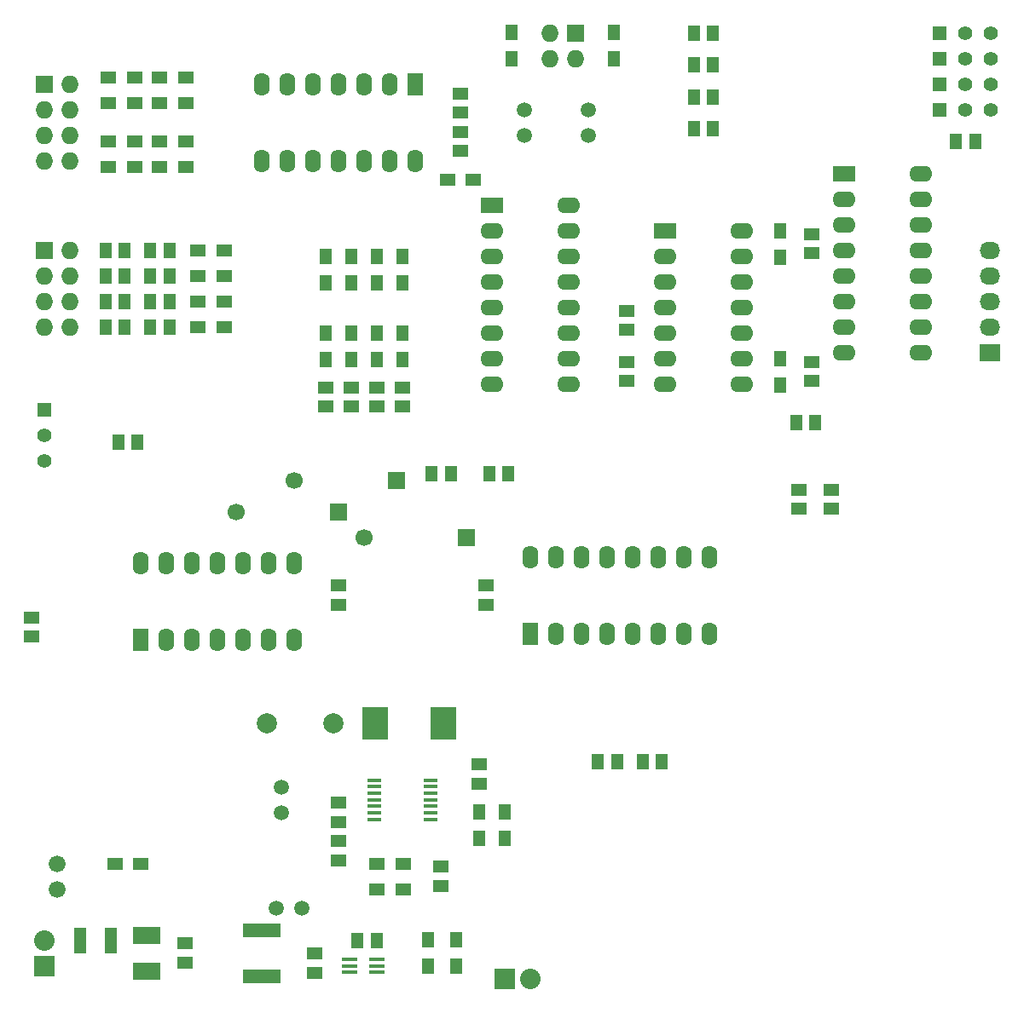
<source format=gts>
%FSLAX34Y34*%
G04 Gerber Fmt 3.4, Leading zero omitted, Abs format*
G04 (created by PCBNEW (2014-jan-25)-product) date sø. 22. mars 2015 kl. 21.03 +0100*
%MOIN*%
G01*
G70*
G90*
G04 APERTURE LIST*
%ADD10C,0.005906*%
%ADD11C,0.059100*%
%ADD12R,0.098400X0.129900*%
%ADD13C,0.066900*%
%ADD14R,0.066900X0.066900*%
%ADD15R,0.110000X0.070000*%
%ADD16C,0.066000*%
%ADD17R,0.050000X0.100000*%
%ADD18R,0.062000X0.090000*%
%ADD19O,0.062000X0.090000*%
%ADD20R,0.090000X0.062000*%
%ADD21O,0.090000X0.062000*%
%ADD22R,0.055000X0.055000*%
%ADD23C,0.055000*%
%ADD24R,0.150000X0.055000*%
%ADD25C,0.078700*%
%ADD26R,0.059100X0.015700*%
%ADD27R,0.055118X0.015748*%
%ADD28R,0.068000X0.068000*%
%ADD29O,0.068000X0.068000*%
%ADD30R,0.059100X0.047200*%
%ADD31R,0.051200X0.059000*%
%ADD32R,0.059000X0.051200*%
%ADD33R,0.047200X0.059100*%
%ADD34R,0.080000X0.080000*%
%ADD35O,0.080000X0.080000*%
%ADD36R,0.080000X0.068000*%
%ADD37O,0.080000X0.068000*%
G04 APERTURE END LIST*
G54D10*
G54D11*
X20750Y-40500D03*
X20750Y-39500D03*
X32750Y-13000D03*
X32750Y-14000D03*
X30250Y-13000D03*
X30250Y-14000D03*
G54D12*
X24411Y-37000D03*
X27089Y-37000D03*
G54D13*
X19000Y-28750D03*
G54D14*
X23000Y-28750D03*
G54D13*
X24000Y-29750D03*
G54D14*
X28000Y-29750D03*
G54D13*
X21250Y-27500D03*
G54D14*
X25250Y-27500D03*
G54D15*
X15500Y-45300D03*
X15500Y-46700D03*
G54D16*
X12000Y-43500D03*
X12000Y-42500D03*
G54D17*
X12900Y-45500D03*
X14100Y-45500D03*
G54D18*
X30500Y-33500D03*
G54D19*
X31500Y-33500D03*
X32500Y-33500D03*
X33500Y-33500D03*
X34500Y-33500D03*
X35500Y-33500D03*
X36500Y-33500D03*
X37500Y-33500D03*
X37500Y-30500D03*
X36500Y-30500D03*
X35500Y-30500D03*
X34500Y-30500D03*
X33500Y-30500D03*
X32500Y-30500D03*
X31500Y-30500D03*
X30500Y-30500D03*
G54D20*
X29000Y-16750D03*
G54D21*
X29000Y-17750D03*
X29000Y-18750D03*
X29000Y-19750D03*
X29000Y-20750D03*
X29000Y-21750D03*
X29000Y-22750D03*
X29000Y-23750D03*
X32000Y-23750D03*
X32000Y-22750D03*
X32000Y-21750D03*
X32000Y-20750D03*
X32000Y-19750D03*
X32000Y-18750D03*
X32000Y-17750D03*
X32000Y-16750D03*
G54D22*
X11500Y-24750D03*
G54D23*
X11500Y-25750D03*
X11500Y-26750D03*
G54D22*
X46500Y-10000D03*
G54D23*
X47500Y-10000D03*
X48500Y-10000D03*
G54D22*
X46500Y-11000D03*
G54D23*
X47500Y-11000D03*
X48500Y-11000D03*
G54D22*
X46500Y-12000D03*
G54D23*
X47500Y-12000D03*
X48500Y-12000D03*
G54D22*
X46500Y-13000D03*
G54D23*
X47500Y-13000D03*
X48500Y-13000D03*
G54D24*
X20000Y-46900D03*
X20000Y-45100D03*
G54D25*
X20201Y-37000D03*
X22799Y-37000D03*
G54D18*
X15250Y-33750D03*
G54D19*
X16250Y-33750D03*
X17250Y-33750D03*
X18250Y-33750D03*
X19250Y-33750D03*
X20250Y-33750D03*
X21250Y-33750D03*
X21250Y-30750D03*
X20250Y-30750D03*
X19250Y-30750D03*
X18250Y-30750D03*
X17250Y-30750D03*
X16250Y-30750D03*
X15250Y-30750D03*
G54D26*
X23426Y-46244D03*
X23426Y-46500D03*
X23426Y-46756D03*
X24474Y-46756D03*
X24474Y-46500D03*
X24474Y-46244D03*
G54D27*
X24400Y-39240D03*
X24400Y-39490D03*
X24400Y-39750D03*
X24400Y-40000D03*
X24400Y-40260D03*
X24400Y-40515D03*
X24400Y-40770D03*
X26600Y-40770D03*
X26600Y-40515D03*
X26600Y-40260D03*
X26600Y-40000D03*
X26600Y-39745D03*
X26600Y-39490D03*
X26600Y-39235D03*
G54D20*
X35750Y-17750D03*
G54D21*
X35750Y-18750D03*
X35750Y-19750D03*
X35750Y-20750D03*
X35750Y-21750D03*
X35750Y-22750D03*
X35750Y-23750D03*
X38750Y-23750D03*
X38750Y-22750D03*
X38750Y-21750D03*
X38750Y-20750D03*
X38750Y-19750D03*
X38750Y-18750D03*
X38750Y-17750D03*
G54D18*
X26000Y-12000D03*
G54D19*
X25000Y-12000D03*
X24000Y-12000D03*
X23000Y-12000D03*
X22000Y-12000D03*
X21000Y-12000D03*
X20000Y-12000D03*
X20000Y-15000D03*
X21000Y-15000D03*
X22000Y-15000D03*
X23000Y-15000D03*
X24000Y-15000D03*
X25000Y-15000D03*
X26000Y-15000D03*
G54D20*
X42750Y-15500D03*
G54D21*
X42750Y-16500D03*
X42750Y-17500D03*
X42750Y-18500D03*
X42750Y-19500D03*
X42750Y-20500D03*
X42750Y-21500D03*
X42750Y-22500D03*
X45750Y-22500D03*
X45750Y-21500D03*
X45750Y-20500D03*
X45750Y-19500D03*
X45750Y-18500D03*
X45750Y-17500D03*
X45750Y-16500D03*
X45750Y-15500D03*
G54D28*
X11500Y-12000D03*
G54D29*
X11500Y-13000D03*
X11500Y-14000D03*
X11500Y-15000D03*
X12500Y-15000D03*
X12500Y-14000D03*
X12500Y-13000D03*
X12500Y-12000D03*
G54D28*
X11500Y-18500D03*
G54D29*
X11500Y-19500D03*
X11500Y-20500D03*
X11500Y-21500D03*
X12500Y-21500D03*
X12500Y-20500D03*
X12500Y-19500D03*
X12500Y-18500D03*
G54D30*
X17488Y-18500D03*
X18512Y-18500D03*
X17488Y-19500D03*
X18512Y-19500D03*
X17488Y-20500D03*
X18512Y-20500D03*
X17488Y-21500D03*
X18512Y-21500D03*
G54D31*
X14375Y-26000D03*
X15125Y-26000D03*
G54D32*
X11000Y-32875D03*
X11000Y-33625D03*
X27750Y-13125D03*
X27750Y-12375D03*
X27750Y-14625D03*
X27750Y-13875D03*
X34250Y-20875D03*
X34250Y-21625D03*
X34250Y-22875D03*
X34250Y-23625D03*
G54D31*
X33125Y-38500D03*
X33875Y-38500D03*
X34875Y-38500D03*
X35625Y-38500D03*
G54D32*
X28750Y-31625D03*
X28750Y-32375D03*
X23000Y-31625D03*
X23000Y-32375D03*
X22050Y-46775D03*
X22050Y-46025D03*
G54D31*
X23725Y-45500D03*
X24475Y-45500D03*
G54D32*
X23000Y-42375D03*
X23000Y-41625D03*
X23000Y-40125D03*
X23000Y-40875D03*
X27000Y-43375D03*
X27000Y-42625D03*
X28500Y-38625D03*
X28500Y-39375D03*
G54D31*
X29625Y-27250D03*
X28875Y-27250D03*
X26625Y-27250D03*
X27375Y-27250D03*
G54D32*
X41000Y-28625D03*
X41000Y-27875D03*
X42250Y-28625D03*
X42250Y-27875D03*
G54D31*
X40875Y-25250D03*
X41625Y-25250D03*
G54D32*
X24500Y-23875D03*
X24500Y-24625D03*
X23500Y-24625D03*
X23500Y-23875D03*
X41500Y-23625D03*
X41500Y-22875D03*
X22500Y-23875D03*
X22500Y-24625D03*
X25500Y-24625D03*
X25500Y-23875D03*
X41500Y-17875D03*
X41500Y-18625D03*
G54D31*
X14625Y-18500D03*
X13875Y-18500D03*
X14625Y-19500D03*
X13875Y-19500D03*
X16375Y-18500D03*
X15625Y-18500D03*
X16375Y-19500D03*
X15625Y-19500D03*
X14625Y-20500D03*
X13875Y-20500D03*
X14625Y-21500D03*
X13875Y-21500D03*
X16375Y-20500D03*
X15625Y-20500D03*
X16375Y-21500D03*
X15625Y-21500D03*
X47125Y-14250D03*
X47875Y-14250D03*
X37625Y-10000D03*
X36875Y-10000D03*
G54D33*
X27600Y-45488D03*
X27600Y-46512D03*
X26500Y-46512D03*
X26500Y-45488D03*
G54D30*
X25512Y-43500D03*
X24488Y-43500D03*
X25512Y-42500D03*
X24488Y-42500D03*
G54D33*
X29500Y-40488D03*
X29500Y-41512D03*
X28500Y-41512D03*
X28500Y-40488D03*
G54D30*
X15988Y-11750D03*
X17012Y-11750D03*
X15988Y-12750D03*
X17012Y-12750D03*
X13988Y-11750D03*
X15012Y-11750D03*
X13988Y-12750D03*
X15012Y-12750D03*
X15988Y-14250D03*
X17012Y-14250D03*
X15988Y-15250D03*
X17012Y-15250D03*
X13988Y-14250D03*
X15012Y-14250D03*
X13988Y-15250D03*
X15012Y-15250D03*
G54D33*
X24500Y-19762D03*
X24500Y-18738D03*
X23500Y-19762D03*
X23500Y-18738D03*
X24500Y-22762D03*
X24500Y-21738D03*
X23500Y-21738D03*
X23500Y-22762D03*
X40250Y-23762D03*
X40250Y-22738D03*
X22500Y-19762D03*
X22500Y-18738D03*
X25500Y-19762D03*
X25500Y-18738D03*
X22500Y-22762D03*
X22500Y-21738D03*
X25500Y-21738D03*
X25500Y-22762D03*
X40250Y-17738D03*
X40250Y-18762D03*
G54D30*
X14238Y-42500D03*
X15262Y-42500D03*
G54D33*
X29750Y-11012D03*
X29750Y-9988D03*
X33750Y-11012D03*
X33750Y-9988D03*
G54D30*
X27238Y-15750D03*
X28262Y-15750D03*
G54D11*
X21550Y-44250D03*
X20550Y-44250D03*
G54D32*
X17000Y-45625D03*
X17000Y-46375D03*
G54D31*
X37625Y-11250D03*
X36875Y-11250D03*
X37625Y-12500D03*
X36875Y-12500D03*
X37625Y-13750D03*
X36875Y-13750D03*
G54D34*
X29500Y-47000D03*
G54D35*
X30500Y-47000D03*
G54D28*
X32250Y-10000D03*
G54D29*
X31250Y-10000D03*
X31250Y-11000D03*
X32250Y-11000D03*
G54D36*
X48450Y-22500D03*
G54D37*
X48450Y-21500D03*
X48450Y-20500D03*
X48450Y-19500D03*
X48450Y-18500D03*
G54D34*
X11500Y-46500D03*
G54D35*
X11500Y-45500D03*
M02*

</source>
